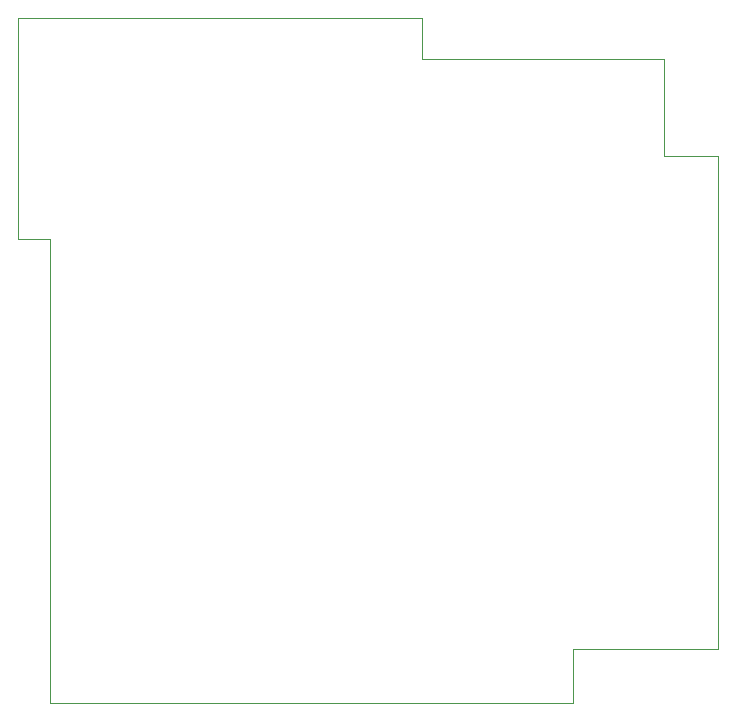
<source format=gm1>
%TF.GenerationSoftware,KiCad,Pcbnew,9.0.5-9.0.5~ubuntu24.04.1*%
%TF.CreationDate,2025-11-05T16:31:42+03:00*%
%TF.ProjectId,Lora-Based pump control circuit,4c6f7261-2d42-4617-9365-642070756d70,1.0*%
%TF.SameCoordinates,Original*%
%TF.FileFunction,Profile,NP*%
%FSLAX46Y46*%
G04 Gerber Fmt 4.6, Leading zero omitted, Abs format (unit mm)*
G04 Created by KiCad (PCBNEW 9.0.5-9.0.5~ubuntu24.04.1) date 2025-11-05 16:31:42*
%MOMM*%
%LPD*%
G01*
G04 APERTURE LIST*
%TA.AperFunction,Profile*%
%ADD10C,0.050000*%
%TD*%
G04 APERTURE END LIST*
D10*
X146250000Y-64500000D02*
X166750000Y-64500000D01*
X166750000Y-72750000D01*
X171250000Y-72750000D01*
X171250000Y-95250000D01*
X171250000Y-114500000D01*
X159000000Y-114500000D01*
X159000000Y-119000000D01*
X114750000Y-119000000D01*
X114750000Y-79750000D01*
X112000000Y-79750000D01*
X112000000Y-61000000D01*
X146250000Y-61000000D01*
X146250000Y-64500000D01*
M02*

</source>
